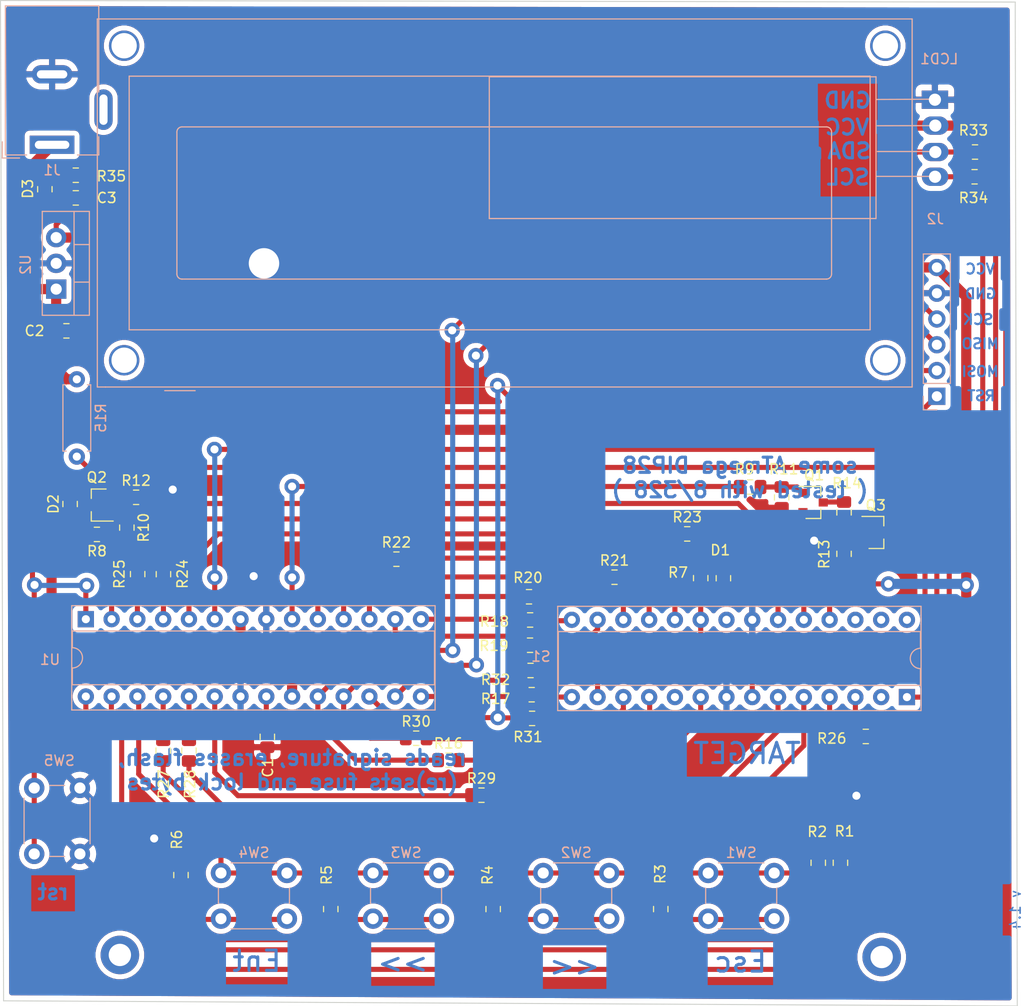
<source format=kicad_pcb>
(kicad_pcb (version 20171130) (host pcbnew 5.1.9+dfsg1-1~bpo10+1)
  (title_block (title HVPP) (date 2021-05-20) (rev 1.4) (company "new lcd connector position"))
  (layers (0 F.Cu signal) (31 B.Cu signal) (34 B.Paste user) (35 F.Paste user) (36 B.SilkS user) (37 F.SilkS user) (38 B.Mask user) (39 F.Mask user) (44 Edge.Cuts user))
  (net 0 "")
  (net 1 GND)
  (net 2 +5V)
  (net 3 +12V)
  (net 4 "Net-(D2-Pad1)")
  (net 5 "Net-(D3-Pad1)")
  (net 6 /SCL)
  (net 7 /SDA)
  (net 8 /RST12)
  (net 9 "Net-(Q1-Pad1)")
  (net 10 "Net-(Q2-Pad1)")
  (net 11 "Net-(Q3-Pad3)")
  (net 12 "Net-(Q3-Pad1)")
  (net 13 /BTN)
  (net 14 "Net-(R3-Pad2)")
  (net 15 "Net-(R4-Pad2)")
  (net 16 "Net-(R5-Pad2)")
  (net 17 "Net-(R6-Pad2)")
  (net 18 /XTAL1)
  (net 19 /DATA0)
  (net 20 /DATA1)
  (net 21 /DATA2)
  (net 22 /DATA3)
  (net 23 /DATA4)
  (net 24 "Net-(R16-Pad2)")
  (net 25 /DATA5)
  (net 26 "Net-(R17-Pad2)")
  (net 27 /DATA6)
  (net 28 "Net-(R18-Pad2)")
  (net 29 /DATA7)
  (net 30 "Net-(R19-Pad2)")
  (net 31 /BS2)
  (net 32 "Net-(R20-Pad2)")
  (net 33 /RDY)
  (net 34 "Net-(R21-Pad2)")
  (net 35 /OE)
  (net 36 "Net-(R22-Pad2)")
  (net 37 /WR)
  (net 38 "Net-(R23-Pad2)")
  (net 39 /BS1)
  (net 40 "Net-(R24-Pad2)")
  (net 41 /XA0)
  (net 42 "Net-(R25-Pad2)")
  (net 43 /XA1)
  (net 44 "Net-(R26-Pad2)")
  (net 45 /PAGEL)
  (net 46 /VCC)
  (net 47 "Net-(C1-Pad1)")
  (net 48 "Net-(R27-Pad2)")
  (net 49 "Net-(R28-Pad2)")
  (net 50 "Net-(R29-Pad2)")
  (net 51 "Net-(R30-Pad2)")
  (net 52 "Net-(R31-Pad2)")
  (net 53 "Net-(R32-Pad2)")
  (net 54 "Net-(Q1-Pad3)")
  (net 55 "Net-(D1-Pad2)")
  (net 56 /RST5)
  (net 57 "Net-(J2-Pad1)")
  (module Hvpp:1602A (layer B.Cu) (at 189.23 78.6892)
    (fp_text reference LCD1 (at 74.803 -29.6926) (layer B.SilkS) (effects (justify mirror)))
    (fp_text value LCD16x2_TWI)
    (pad "" thru_hole circle (at 69.5 0) (size 3 3) (drill 2.5) (layers *.Cu *.Mask))
    (pad "" thru_hole circle (at 69.49948 -31.0007) (size 3 3) (drill 2.5) (layers *.Cu *.Mask))
    (pad "" thru_hole circle (at -5.4991 -31.0007) (size 3 3) (drill 2.5) (layers *.Cu *.Mask))
    (pad "" thru_hole circle (at -5.4991 0) (size 3 3) (drill 2.5) (layers *.Cu *.Mask))
    (pad 1 thru_hole oval (at 74.3966 -18.0848 270) (size 1.8 2.6) (drill 1.2) (layers *.Cu *.Mask) (net 6 /SCL))
    (pad 2 thru_hole oval (at 74.422 -20.5232 270) (size 1.8 2.6) (drill 1.2) (layers *.Cu *.Mask) (net 7 /SDA))
    (pad 3 thru_hole oval (at 74.422 -23.1267 270) (size 1.8 2.6) (drill 1.2) (layers *.Cu *.Mask) (net 2 +5V))
    (pad 4 thru_hole rect (at 74.3839 -25.6794 270) (size 1.8 2.6) (drill 1.2) (layers *.Cu *.Mask) (net 1 GND))
  )
  (module Connector_PinHeader_2.54mm:PinHeader_1x06_P2.54mm_Vertical (layer B.Cu) (at 263.8044 82.2452)
    (fp_text reference J2 (at -0.1524 -17.4752) (layer B.SilkS) (effects (justify mirror)))
    (fp_text value USB-ASP)
    (pad 6 thru_hole oval (at 0 -12.7) (size 1.7 1.7) (drill 1) (layers *.Cu *.Mask) (net 2 +5V))
    (pad 5 thru_hole oval (at 0 -10.16) (size 1.7 1.7) (drill 1) (layers *.Cu *.Mask) (net 1 GND))
    (pad 4 thru_hole oval (at 0 -7.62) (size 1.7 1.7) (drill 1) (layers *.Cu *.Mask) (net 18 /XTAL1))
    (pad 3 thru_hole oval (at 0 -5.08) (size 1.7 1.7) (drill 1) (layers *.Cu *.Mask) (net 41 /XA0))
    (pad 2 thru_hole oval (at 0 -2.54) (size 1.7 1.7) (drill 1) (layers *.Cu *.Mask) (net 43 /XA1))
    (pad 1 thru_hole rect (at 0 0) (size 1.7 1.7) (drill 1) (layers *.Cu *.Mask) (net 57 "Net-(J2-Pad1)"))
  )
  (module Button_Switch_THT:SW_PUSH_6mm_H5mm (layer B.Cu) (at 174.8748 120.8532 270)
    (fp_text reference SW5 (at -2.6948 -2.4638) (layer B.SilkS) (effects (justify mirror)))
    (fp_text value Reset)
    (pad 1 thru_hole circle (at 6.5 0 180) (size 2 2) (drill 1.1) (layers *.Cu *.Mask) (net 57 "Net-(J2-Pad1)"))
    (pad 2 thru_hole circle (at 6.5 -4.5 180) (size 2 2) (drill 1.1) (layers *.Cu *.Mask) (net 1 GND))
    (pad 1 thru_hole circle (at 0 0 180) (size 2 2) (drill 1.1) (layers *.Cu *.Mask) (net 57 "Net-(J2-Pad1)"))
    (pad 2 thru_hole circle (at 0 -4.5 180) (size 2 2) (drill 1.1) (layers *.Cu *.Mask) (net 1 GND))
  )
  (module Package_DIP:DIP-28_W7.62mm_Socket (layer B.Cu) (at 179.959 104.2162 270)
    (fp_text reference U1 (at 3.9878 3.5306) (layer B.SilkS) (effects (justify mirror)))
    (fp_text value ATmega8L-8PU)
    (pad 28 thru_hole oval (at 7.62 0 270) (size 1.6 1.6) (drill 0.8) (layers *.Cu *.Mask) (net 6 /SCL))
    (pad 14 thru_hole oval (at 0 -33.02 270) (size 1.6 1.6) (drill 0.8) (layers *.Cu *.Mask) (net 20 /DATA1))
    (pad 27 thru_hole oval (at 7.62 -2.54 270) (size 1.6 1.6) (drill 0.8) (layers *.Cu *.Mask) (net 7 /SDA))
    (pad 13 thru_hole oval (at 0 -30.48 270) (size 1.6 1.6) (drill 0.8) (layers *.Cu *.Mask) (net 21 /DATA2))
    (pad 26 thru_hole oval (at 7.62 -5.08 270) (size 1.6 1.6) (drill 0.8) (layers *.Cu *.Mask) (net 13 /BTN))
    (pad 12 thru_hole oval (at 0 -27.94 270) (size 1.6 1.6) (drill 0.8) (layers *.Cu *.Mask) (net 22 /DATA3))
    (pad 25 thru_hole oval (at 7.62 -7.62 270) (size 1.6 1.6) (drill 0.8) (layers *.Cu *.Mask) (net 35 /OE))
    (pad 11 thru_hole oval (at 0 -25.4 270) (size 1.6 1.6) (drill 0.8) (layers *.Cu *.Mask) (net 23 /DATA4))
    (pad 24 thru_hole oval (at 7.62 -10.16 270) (size 1.6 1.6) (drill 0.8) (layers *.Cu *.Mask) (net 37 /WR))
    (pad 10 thru_hole oval (at 0 -22.86 270) (size 1.6 1.6) (drill 0.8) (layers *.Cu *.Mask) (net 25 /DATA5))
    (pad 23 thru_hole oval (at 7.62 -12.7 270) (size 1.6 1.6) (drill 0.8) (layers *.Cu *.Mask) (net 39 /BS1))
    (pad 9 thru_hole oval (at 0 -20.32 270) (size 1.6 1.6) (drill 0.8) (layers *.Cu *.Mask) (net 46 /VCC))
    (pad 22 thru_hole oval (at 7.62 -15.24 270) (size 1.6 1.6) (drill 0.8) (layers *.Cu *.Mask) (net 1 GND))
    (pad 8 thru_hole oval (at 0 -17.78 270) (size 1.6 1.6) (drill 0.8) (layers *.Cu *.Mask) (net 1 GND))
    (pad 21 thru_hole oval (at 7.62 -17.78 270) (size 1.6 1.6) (drill 0.8) (layers *.Cu *.Mask) (net 47 "Net-(C1-Pad1)"))
    (pad 7 thru_hole oval (at 0 -15.24 270) (size 1.6 1.6) (drill 0.8) (layers *.Cu *.Mask) (net 2 +5V))
    (pad 20 thru_hole oval (at 7.62 -20.32 270) (size 1.6 1.6) (drill 0.8) (layers *.Cu *.Mask) (net 2 +5V))
    (pad 6 thru_hole oval (at 0 -12.7 270) (size 1.6 1.6) (drill 0.8) (layers *.Cu *.Mask) (net 33 /RDY))
    (pad 19 thru_hole oval (at 7.62 -22.86 270) (size 1.6 1.6) (drill 0.8) (layers *.Cu *.Mask) (net 18 /XTAL1))
    (pad 5 thru_hole oval (at 0 -10.16 270) (size 1.6 1.6) (drill 0.8) (layers *.Cu *.Mask) (net 27 /DATA6))
    (pad 18 thru_hole oval (at 7.62 -25.4 270) (size 1.6 1.6) (drill 0.8) (layers *.Cu *.Mask) (net 41 /XA0))
    (pad 4 thru_hole oval (at 0 -7.62 270) (size 1.6 1.6) (drill 0.8) (layers *.Cu *.Mask) (net 29 /DATA7))
    (pad 17 thru_hole oval (at 7.62 -27.94 270) (size 1.6 1.6) (drill 0.8) (layers *.Cu *.Mask) (net 43 /XA1))
    (pad 3 thru_hole oval (at 0 -5.08 270) (size 1.6 1.6) (drill 0.8) (layers *.Cu *.Mask) (net 31 /BS2))
    (pad 16 thru_hole oval (at 7.62 -30.48 270) (size 1.6 1.6) (drill 0.8) (layers *.Cu *.Mask) (net 45 /PAGEL))
    (pad 2 thru_hole oval (at 0 -2.54 270) (size 1.6 1.6) (drill 0.8) (layers *.Cu *.Mask) (net 56 /RST5))
    (pad 15 thru_hole oval (at 7.62 -33.02 270) (size 1.6 1.6) (drill 0.8) (layers *.Cu *.Mask) (net 19 /DATA0))
    (pad 1 thru_hole rect (at 0 0 270) (size 1.6 1.6) (drill 0.8) (layers *.Cu *.Mask) (net 57 "Net-(J2-Pad1)"))
  )
  (module MountingHole:MountingHole_2.2mm_M2_DIN965_Pad (layer F.Cu) (at 258.3688 137.5156)
    (fp_text reference H2 hide)
    (fp_text value MountingHole hide)
    (pad 1 thru_hole circle (at 0 0) (size 3.8 3.8) (drill 2.2) (layers *.Cu *.Mask))
  )
  (module MountingHole:MountingHole_2.2mm_M2_DIN965_Pad (layer F.Cu) (at 183.3118 137.3124)
    (fp_text reference H1 hide)
    (fp_text value MountingHole hide)
    (pad 1 thru_hole circle (at 0 0) (size 3.8 3.8) (drill 2.2) (layers *.Cu *.Mask))
  )
  (module Hvpp:barreljack (layer B.Cu) (at 176.6316 57.4548)
    (fp_text reference J1 (at 0 2.5 180) (layer B.SilkS) (effects (justify mirror)))
    (fp_text value 5.5/2.1)
    (pad 3 thru_hole oval (at 5.0673 -3.4671 270) (size 4 1.8) (drill oval 3 0.8) (layers *.Cu *.Mask))
    (pad 2 thru_hole oval (at 0 -6.9469) (size 4 1.8) (drill oval 3 0.8) (layers *.Cu *.Mask) (net 1 GND))
    (pad 1 thru_hole rect (at 0 0) (size 4.4 1.8) (drill oval 3.4 0.8) (layers *.Cu *.Mask) (net 3 +12V))
  )
  (module Resistor_SMD:R_0805_2012Metric_Pad1.15x1.40mm_HandSolder (layer F.Cu) (at 254.3048 128.2282 90)
    (fp_text reference R1 (at 3.1078 0.4064 180) (layer F.SilkS))
    (fp_text value 10k)
    (pad 2 smd roundrect (at 1.025 0 90) (size 1.15 1.4) (layers F.Cu F.Paste F.Mask) (roundrect_rratio 0.2173904347826087) (net 2 +5V))
    (pad 1 smd roundrect (at -1.025 0 90) (size 1.15 1.4) (layers F.Cu F.Paste F.Mask) (roundrect_rratio 0.2173904347826087) (net 13 /BTN))
  )
  (module Resistor_SMD:R_0805_2012Metric_Pad1.15x1.40mm_HandSolder (layer F.Cu) (at 245.4058 91.186 180)
    (fp_text reference R9 (at 0.5424 1.7526) (layer F.SilkS))
    (fp_text value 10k)
    (pad 2 smd roundrect (at 1.025 0 180) (size 1.15 1.4) (layers F.Cu F.Paste F.Mask) (roundrect_rratio 0.2173904347826087) (net 46 /VCC))
    (pad 1 smd roundrect (at -1.025 0 180) (size 1.15 1.4) (layers F.Cu F.Paste F.Mask) (roundrect_rratio 0.2173904347826087) (net 9 "Net-(Q1-Pad1)"))
  )
  (module Resistor_SMD:R_0805_2012Metric_Pad1.15x1.40mm_HandSolder (layer F.Cu) (at 242.7732 100.1776 90)
    (fp_text reference D1 (at 2.7686 -0.3048 180) (layer F.SilkS))
    (fp_text value 5V)
    (pad 2 smd roundrect (at 1.025 0 90) (size 1.15 1.4) (layers F.Cu F.Paste F.Mask) (roundrect_rratio 0.2173904347826087) (net 55 "Net-(D1-Pad2)"))
    (pad 1 smd roundrect (at -1.025 0 90) (size 1.15 1.4) (layers F.Cu F.Paste F.Mask) (roundrect_rratio 0.2173904347826087) (net 1 GND))
  )
  (module Package_TO_SOT_SMD:SOT-23 (layer F.Cu) (at 251.6124 92.71)
    (fp_text reference Q1 (at 0.1016 -2.6924) (layer F.SilkS))
    (fp_text value BC847C)
    (pad 1 smd rect (at -1 -0.95) (size 0.9 0.8) (layers F.Cu F.Paste F.Mask) (net 9 "Net-(Q1-Pad1)"))
    (pad 2 smd rect (at -1 0.95) (size 0.9 0.8) (layers F.Cu F.Paste F.Mask) (net 1 GND))
    (pad 3 smd rect (at 1 0) (size 0.9 0.8) (layers F.Cu F.Paste F.Mask) (net 54 "Net-(Q1-Pad3)"))
  )
  (module Resistor_THT:R_Axial_DIN0207_L6.3mm_D2.5mm_P7.62mm_Horizontal (layer B.Cu) (at 179.07 88.1888 90)
    (fp_text reference R15 (at 3.81 2.37 270) (layer B.SilkS) (effects (justify mirror)))
    (fp_text value 1k)
    (pad 2 thru_hole oval (at 7.62 0 90) (size 1.6 1.6) (drill 0.8) (layers *.Cu *.Mask) (net 3 +12V))
    (pad 1 thru_hole circle (at 0 0 90) (size 1.6 1.6) (drill 0.8) (layers *.Cu *.Mask) (net 8 /RST12))
  )
  (module Resistor_SMD:R_0805_2012Metric_Pad1.15x1.40mm_HandSolder (layer F.Cu) (at 254.6604 97.7736 270)
    (fp_text reference R13 (at 0.0418 1.9558 90) (layer F.SilkS))
    (fp_text value 10k)
    (pad 2 smd roundrect (at 1.025 0 270) (size 1.15 1.4) (layers F.Cu F.Paste F.Mask) (roundrect_rratio 0.2173904347826087) (net 2 +5V))
    (pad 1 smd roundrect (at -1.025 0 270) (size 1.15 1.4) (layers F.Cu F.Paste F.Mask) (roundrect_rratio 0.2173904347826087) (net 12 "Net-(Q3-Pad1)"))
  )
  (module Package_TO_SOT_THT:TO-220-3_Vertical (layer B.Cu) (at 177.038 71.6788 90)
    (fp_text reference U2 (at 2.413 -3.0226 90) (layer B.SilkS) (effects (justify mirror)))
    (fp_text value LM7805_TO220)
    (pad 3 thru_hole oval (at 5.08 0 90) (size 1.905 2) (drill 1.1) (layers *.Cu *.Mask) (net 2 +5V))
    (pad 2 thru_hole oval (at 2.54 0 90) (size 1.905 2) (drill 1.1) (layers *.Cu *.Mask) (net 1 GND))
    (pad 1 thru_hole rect (at 0 0 90) (size 1.905 2) (drill 1.1) (layers *.Cu *.Mask) (net 3 +12V))
  )
  (module Button_Switch_THT:SW_PUSH_6mm_H5mm (layer B.Cu) (at 247.777 129.2352 180)
    (fp_text reference SW1 (at 3.25 2) (layer B.SilkS) (effects (justify mirror)))
    (fp_text value Ent)
    (pad 1 thru_hole circle (at 6.5 0 90) (size 2 2) (drill 1.1) (layers *.Cu *.Mask) (net 13 /BTN))
    (pad 2 thru_hole circle (at 6.5 -4.5 90) (size 2 2) (drill 1.1) (layers *.Cu *.Mask) (net 14 "Net-(R3-Pad2)"))
    (pad 1 thru_hole circle (at 0 0 90) (size 2 2) (drill 1.1) (layers *.Cu *.Mask) (net 13 /BTN))
    (pad 2 thru_hole circle (at 0 -4.5 90) (size 2 2) (drill 1.1) (layers *.Cu *.Mask) (net 14 "Net-(R3-Pad2)"))
  )
  (module Button_Switch_THT:SW_PUSH_6mm_H5mm (layer B.Cu) (at 231.521 129.2352 180)
    (fp_text reference SW2 (at 3.25 2) (layer B.SilkS) (effects (justify mirror)))
    (fp_text value >)
    (pad 1 thru_hole circle (at 6.5 0 90) (size 2 2) (drill 1.1) (layers *.Cu *.Mask) (net 13 /BTN))
    (pad 2 thru_hole circle (at 6.5 -4.5 90) (size 2 2) (drill 1.1) (layers *.Cu *.Mask) (net 15 "Net-(R4-Pad2)"))
    (pad 1 thru_hole circle (at 0 0 90) (size 2 2) (drill 1.1) (layers *.Cu *.Mask) (net 13 /BTN))
    (pad 2 thru_hole circle (at 0 -4.5 90) (size 2 2) (drill 1.1) (layers *.Cu *.Mask) (net 15 "Net-(R4-Pad2)"))
  )
  (module Button_Switch_THT:SW_PUSH_6mm_H5mm (layer B.Cu) (at 214.757 129.2352 180)
    (fp_text reference SW3 (at 3.25 2) (layer B.SilkS) (effects (justify mirror)))
    (fp_text value <)
    (pad 1 thru_hole circle (at 6.5 0 90) (size 2 2) (drill 1.1) (layers *.Cu *.Mask) (net 13 /BTN))
    (pad 2 thru_hole circle (at 6.5 -4.5 90) (size 2 2) (drill 1.1) (layers *.Cu *.Mask) (net 16 "Net-(R5-Pad2)"))
    (pad 1 thru_hole circle (at 0 0 90) (size 2 2) (drill 1.1) (layers *.Cu *.Mask) (net 13 /BTN))
    (pad 2 thru_hole circle (at 0 -4.5 90) (size 2 2) (drill 1.1) (layers *.Cu *.Mask) (net 16 "Net-(R5-Pad2)"))
  )
  (module Button_Switch_THT:SW_PUSH_6mm_H5mm (layer B.Cu) (at 199.771 129.2352 180)
    (fp_text reference SW4 (at 3.25 2) (layer B.SilkS) (effects (justify mirror)))
    (fp_text value Esc)
    (pad 1 thru_hole circle (at 6.5 0 90) (size 2 2) (drill 1.1) (layers *.Cu *.Mask) (net 13 /BTN))
    (pad 2 thru_hole circle (at 6.5 -4.5 90) (size 2 2) (drill 1.1) (layers *.Cu *.Mask) (net 17 "Net-(R6-Pad2)"))
    (pad 1 thru_hole circle (at 0 0 90) (size 2 2) (drill 1.1) (layers *.Cu *.Mask) (net 13 /BTN))
    (pad 2 thru_hole circle (at 0 -4.5 90) (size 2 2) (drill 1.1) (layers *.Cu *.Mask) (net 17 "Net-(R6-Pad2)"))
  )
  (module Package_DIP:DIP-28_W7.62mm_Socket (layer B.Cu) (at 260.858 111.8962 90)
    (fp_text reference S1 (at 3.997 -36.068 180) (layer B.SilkS) (effects (justify mirror)))
    (fp_text value DIP28)
    (pad 28 thru_hole oval (at 7.62 0 90) (size 1.6 1.6) (drill 0.8) (layers *.Cu *.Mask))
    (pad 14 thru_hole oval (at 0 -33.02 90) (size 1.6 1.6) (drill 0.8) (layers *.Cu *.Mask) (net 26 "Net-(R17-Pad2)"))
    (pad 27 thru_hole oval (at 7.62 -2.54 90) (size 1.6 1.6) (drill 0.8) (layers *.Cu *.Mask))
    (pad 13 thru_hole oval (at 0 -30.48 90) (size 1.6 1.6) (drill 0.8) (layers *.Cu *.Mask) (net 53 "Net-(R32-Pad2)"))
    (pad 26 thru_hole oval (at 7.62 -5.08 90) (size 1.6 1.6) (drill 0.8) (layers *.Cu *.Mask))
    (pad 12 thru_hole oval (at 0 -27.94 90) (size 1.6 1.6) (drill 0.8) (layers *.Cu *.Mask) (net 52 "Net-(R31-Pad2)"))
    (pad 25 thru_hole oval (at 7.62 -7.62 90) (size 1.6 1.6) (drill 0.8) (layers *.Cu *.Mask) (net 42 "Net-(R25-Pad2)"))
    (pad 11 thru_hole oval (at 0 -25.4 90) (size 1.6 1.6) (drill 0.8) (layers *.Cu *.Mask) (net 51 "Net-(R30-Pad2)"))
    (pad 24 thru_hole oval (at 7.62 -10.16 90) (size 1.6 1.6) (drill 0.8) (layers *.Cu *.Mask) (net 40 "Net-(R24-Pad2)"))
    (pad 10 thru_hole oval (at 0 -22.86 90) (size 1.6 1.6) (drill 0.8) (layers *.Cu *.Mask))
    (pad 23 thru_hole oval (at 7.62 -12.7 90) (size 1.6 1.6) (drill 0.8) (layers *.Cu *.Mask) (net 38 "Net-(R23-Pad2)"))
    (pad 9 thru_hole oval (at 0 -20.32 90) (size 1.6 1.6) (drill 0.8) (layers *.Cu *.Mask) (net 24 "Net-(R16-Pad2)"))
    (pad 22 thru_hole oval (at 7.62 -15.24 90) (size 1.6 1.6) (drill 0.8) (layers *.Cu *.Mask) (net 1 GND))
    (pad 8 thru_hole oval (at 0 -17.78 90) (size 1.6 1.6) (drill 0.8) (layers *.Cu *.Mask) (net 1 GND))
    (pad 21 thru_hole oval (at 7.62 -17.78 90) (size 1.6 1.6) (drill 0.8) (layers *.Cu *.Mask))
    (pad 7 thru_hole oval (at 0 -15.24 90) (size 1.6 1.6) (drill 0.8) (layers *.Cu *.Mask) (net 11 "Net-(Q3-Pad3)"))
    (pad 20 thru_hole oval (at 7.62 -20.32 90) (size 1.6 1.6) (drill 0.8) (layers *.Cu *.Mask) (net 11 "Net-(Q3-Pad3)"))
    (pad 6 thru_hole oval (at 0 -12.7 90) (size 1.6 1.6) (drill 0.8) (layers *.Cu *.Mask) (net 50 "Net-(R29-Pad2)"))
    (pad 19 thru_hole oval (at 7.62 -22.86 90) (size 1.6 1.6) (drill 0.8) (layers *.Cu *.Mask) (net 36 "Net-(R22-Pad2)"))
    (pad 5 thru_hole oval (at 0 -10.16 90) (size 1.6 1.6) (drill 0.8) (layers *.Cu *.Mask) (net 49 "Net-(R28-Pad2)"))
    (pad 18 thru_hole oval (at 7.62 -25.4 90) (size 1.6 1.6) (drill 0.8) (layers *.Cu *.Mask) (net 34 "Net-(R21-Pad2)"))
    (pad 4 thru_hole oval (at 0 -7.62 90) (size 1.6 1.6) (drill 0.8) (layers *.Cu *.Mask) (net 48 "Net-(R27-Pad2)"))
    (pad 17 thru_hole oval (at 7.62 -27.94 90) (size 1.6 1.6) (drill 0.8) (layers *.Cu *.Mask) (net 32 "Net-(R20-Pad2)"))
    (pad 3 thru_hole oval (at 0 -5.08 90) (size 1.6 1.6) (drill 0.8) (layers *.Cu *.Mask) (net 44 "Net-(R26-Pad2)"))
    (pad 16 thru_hole oval (at 7.62 -30.48 90) (size 1.6 1.6) (drill 0.8) (layers *.Cu *.Mask) (net 30 "Net-(R19-Pad2)"))
    (pad 2 thru_hole oval (at 0 -2.54 90) (size 1.6 1.6) (drill 0.8) (layers *.Cu *.Mask))
    (pad 15 thru_hole oval (at 7.62 -33.02 90) (size 1.6 1.6) (drill 0.8) (layers *.Cu *.Mask) (net 28 "Net-(R18-Pad2)"))
    (pad 1 thru_hole rect (at 0 0 90) (size 1.6 1.6) (drill 0.8) (layers *.Cu *.Mask) (net 8 /RST12))
  )
  (module Resistor_SMD:R_0805_2012Metric_Pad1.15x1.40mm_HandSolder (layer F.Cu) (at 254.6604 93.6916 270)
    (fp_text reference R14 (at -2.8866 -0.2794 180) (layer F.SilkS))
    (fp_text value 3.3k)
    (pad 1 smd roundrect (at -1.025 0 270) (size 1.15 1.4) (layers F.Cu F.Paste F.Mask) (roundrect_rratio 0.2173904347826087) (net 54 "Net-(Q1-Pad3)"))
    (pad 2 smd roundrect (at 1.025 0 270) (size 1.15 1.4) (layers F.Cu F.Paste F.Mask) (roundrect_rratio 0.2173904347826087) (net 12 "Net-(Q3-Pad1)"))
  )
  (module Resistor_SMD:R_0805_2012Metric_Pad1.15x1.40mm_HandSolder (layer F.Cu) (at 248.5136 92.211 90)
    (fp_text reference R11 (at 2.7776 0.2032 180) (layer F.SilkS))
    (fp_text value 3.3k)
    (pad 2 smd roundrect (at 1.025 0 90) (size 1.15 1.4) (layers F.Cu F.Paste F.Mask) (roundrect_rratio 0.2173904347826087) (net 9 "Net-(Q1-Pad1)"))
    (pad 1 smd roundrect (at -1.025 0 90) (size 1.15 1.4) (layers F.Cu F.Paste F.Mask) (roundrect_rratio 0.2173904347826087) (net 1 GND))
  )
  (module Resistor_SMD:R_0805_2012Metric_Pad1.15x1.40mm_HandSolder (layer F.Cu) (at 240.538 100.1686 90)
    (fp_text reference R7 (at 0.5498 -2.2352 180) (layer F.SilkS))
    (fp_text value 1k)
    (pad 2 smd roundrect (at 1.025 0 90) (size 1.15 1.4) (layers F.Cu F.Paste F.Mask) (roundrect_rratio 0.2173904347826087) (net 55 "Net-(D1-Pad2)"))
    (pad 1 smd roundrect (at -1.025 0 90) (size 1.15 1.4) (layers F.Cu F.Paste F.Mask) (roundrect_rratio 0.2173904347826087) (net 11 "Net-(Q3-Pad3)"))
  )
  (module Resistor_SMD:R_0805_2012Metric_Pad1.15x1.40mm_HandSolder (layer F.Cu) (at 184.912 92.202)
    (fp_text reference R12 (at 0 -1.65) (layer F.SilkS))
    (fp_text value 4.7k)
    (pad 2 smd roundrect (at 1.025 0) (size 1.15 1.4) (layers F.Cu F.Paste F.Mask) (roundrect_rratio 0.2173904347826087) (net 10 "Net-(Q2-Pad1)"))
    (pad 1 smd roundrect (at -1.025 0) (size 1.15 1.4) (layers F.Cu F.Paste F.Mask) (roundrect_rratio 0.2173904347826087) (net 1 GND))
  )
  (module Resistor_SMD:R_0805_2012Metric_Pad1.15x1.40mm_HandSolder (layer F.Cu) (at 178.9684 60.452 180)
    (fp_text reference R35 (at -3.5052 -0.1016 180) (layer F.SilkS))
    (fp_text value 1k)
    (pad 2 smd roundrect (at 1.025 0 180) (size 1.15 1.4) (layers F.Cu F.Paste F.Mask) (roundrect_rratio 0.2173904347826087) (net 5 "Net-(D3-Pad1)"))
    (pad 1 smd roundrect (at -1.025 0 180) (size 1.15 1.4) (layers F.Cu F.Paste F.Mask) (roundrect_rratio 0.2173904347826087) (net 1 GND))
  )
  (module Resistor_SMD:R_0805_2012Metric_Pad1.15x1.40mm_HandSolder (layer F.Cu) (at 267.5218 60.6044)
    (fp_text reference R34 (at -0.1106 2.0828) (layer F.SilkS))
    (fp_text value 2.2k)
    (pad 2 smd roundrect (at 1.025 0) (size 1.15 1.4) (layers F.Cu F.Paste F.Mask) (roundrect_rratio 0.2173904347826087) (net 2 +5V))
    (pad 1 smd roundrect (at -1.025 0) (size 1.15 1.4) (layers F.Cu F.Paste F.Mask) (roundrect_rratio 0.2173904347826087) (net 6 /SCL))
  )
  (module Resistor_SMD:R_0805_2012Metric_Pad1.15x1.40mm_HandSolder (layer F.Cu) (at 267.5636 58.166)
    (fp_text reference R33 (at -0.1524 -2.1336) (layer F.SilkS))
    (fp_text value 2.2k)
    (pad 2 smd roundrect (at 1.025 0) (size 1.15 1.4) (layers F.Cu F.Paste F.Mask) (roundrect_rratio 0.2173904347826087) (net 2 +5V))
    (pad 1 smd roundrect (at -1.025 0) (size 1.15 1.4) (layers F.Cu F.Paste F.Mask) (roundrect_rratio 0.2173904347826087) (net 7 /SDA))
  )
  (module Resistor_SMD:R_0805_2012Metric_Pad1.15x1.40mm_HandSolder (layer F.Cu) (at 223.774 109.2708)
    (fp_text reference R32 (at -3.4544 0.9144) (layer F.SilkS))
    (fp_text value 1k)
    (pad 2 smd roundrect (at 1.025 0) (size 1.15 1.4) (layers F.Cu F.Paste F.Mask) (roundrect_rratio 0.2173904347826087) (net 53 "Net-(R32-Pad2)"))
    (pad 1 smd roundrect (at -1.025 0) (size 1.15 1.4) (layers F.Cu F.Paste F.Mask) (roundrect_rratio 0.2173904347826087) (net 45 /PAGEL))
  )
  (module Resistor_SMD:R_0805_2012Metric_Pad1.15x1.40mm_HandSolder (layer F.Cu) (at 223.9264 113.9952)
    (fp_text reference R31 (at -0.4064 1.8288) (layer F.SilkS))
    (fp_text value 1k)
    (pad 2 smd roundrect (at 1.025 0) (size 1.15 1.4) (layers F.Cu F.Paste F.Mask) (roundrect_rratio 0.2173904347826087) (net 52 "Net-(R31-Pad2)"))
    (pad 1 smd roundrect (at -1.025 0) (size 1.15 1.4) (layers F.Cu F.Paste F.Mask) (roundrect_rratio 0.2173904347826087) (net 43 /XA1))
  )
  (module Resistor_SMD:R_0805_2012Metric_Pad1.15x1.40mm_HandSolder (layer F.Cu) (at 212.5054 115.951)
    (fp_text reference R30 (at 0 -1.65) (layer F.SilkS))
    (fp_text value 1k)
    (pad 2 smd roundrect (at 1.025 0) (size 1.15 1.4) (layers F.Cu F.Paste F.Mask) (roundrect_rratio 0.2173904347826087) (net 51 "Net-(R30-Pad2)"))
    (pad 1 smd roundrect (at -1.025 0) (size 1.15 1.4) (layers F.Cu F.Paste F.Mask) (roundrect_rratio 0.2173904347826087) (net 41 /XA0))
  )
  (module Resistor_SMD:R_0805_2012Metric_Pad1.15x1.40mm_HandSolder (layer F.Cu) (at 218.939 121.5644)
    (fp_text reference R29 (at 0 -1.65) (layer F.SilkS))
    (fp_text value 1k)
    (pad 2 smd roundrect (at 1.025 0) (size 1.15 1.4) (layers F.Cu F.Paste F.Mask) (roundrect_rratio 0.2173904347826087) (net 50 "Net-(R29-Pad2)"))
    (pad 1 smd roundrect (at -1.025 0) (size 1.15 1.4) (layers F.Cu F.Paste F.Mask) (roundrect_rratio 0.2173904347826087) (net 39 /BS1))
  )
  (module Resistor_SMD:R_0805_2012Metric_Pad1.15x1.40mm_HandSolder (layer F.Cu) (at 190.119 117.1702 270)
    (fp_text reference R28 (at 3.302 -0.1016 90) (layer F.SilkS))
    (fp_text value 1k)
    (pad 2 smd roundrect (at 1.025 0 270) (size 1.15 1.4) (layers F.Cu F.Paste F.Mask) (roundrect_rratio 0.2173904347826087) (net 49 "Net-(R28-Pad2)"))
    (pad 1 smd roundrect (at -1.025 0 270) (size 1.15 1.4) (layers F.Cu F.Paste F.Mask) (roundrect_rratio 0.2173904347826087) (net 37 /WR))
  )
  (module Resistor_SMD:R_0805_2012Metric_Pad1.15x1.40mm_HandSolder (layer F.Cu) (at 187.579 117.1702 270)
    (fp_text reference R27 (at 3.302 -0.0508 90) (layer F.SilkS))
    (fp_text value 1k)
    (pad 2 smd roundrect (at 1.025 0 270) (size 1.15 1.4) (layers F.Cu F.Paste F.Mask) (roundrect_rratio 0.2173904347826087) (net 48 "Net-(R27-Pad2)"))
    (pad 1 smd roundrect (at -1.025 0 270) (size 1.15 1.4) (layers F.Cu F.Paste F.Mask) (roundrect_rratio 0.2173904347826087) (net 35 /OE))
  )
  (module Resistor_SMD:R_0805_2012Metric_Pad1.15x1.40mm_HandSolder (layer F.Cu) (at 256.803 115.7732 180)
    (fp_text reference R26 (at 3.3528 -0.2032) (layer F.SilkS))
    (fp_text value 1k)
    (pad 2 smd roundrect (at 1.025 0 180) (size 1.15 1.4) (layers F.Cu F.Paste F.Mask) (roundrect_rratio 0.2173904347826087) (net 44 "Net-(R26-Pad2)"))
    (pad 1 smd roundrect (at -1.025 0 180) (size 1.15 1.4) (layers F.Cu F.Paste F.Mask) (roundrect_rratio 0.2173904347826087) (net 33 /RDY))
  )
  (module Resistor_SMD:R_0805_2012Metric_Pad1.15x1.40mm_HandSolder (layer F.Cu) (at 185.0644 99.7712 90)
    (fp_text reference R25 (at 0 -1.8034 90) (layer F.SilkS))
    (fp_text value 1k)
    (pad 2 smd roundrect (at 1.025 0 90) (size 1.15 1.4) (layers F.Cu F.Paste F.Mask) (roundrect_rratio 0.2173904347826087) (net 42 "Net-(R25-Pad2)"))
    (pad 1 smd roundrect (at -1.025 0 90) (size 1.15 1.4) (layers F.Cu F.Paste F.Mask) (roundrect_rratio 0.2173904347826087) (net 31 /BS2))
  )
  (module Resistor_SMD:R_0805_2012Metric_Pad1.15x1.40mm_HandSolder (layer F.Cu) (at 187.6044 99.7802 90)
    (fp_text reference R24 (at 0.009 1.8796 90) (layer F.SilkS))
    (fp_text value 1k)
    (pad 2 smd roundrect (at 1.025 0 90) (size 1.15 1.4) (layers F.Cu F.Paste F.Mask) (roundrect_rratio 0.2173904347826087) (net 40 "Net-(R24-Pad2)"))
    (pad 1 smd roundrect (at -1.025 0 90) (size 1.15 1.4) (layers F.Cu F.Paste F.Mask) (roundrect_rratio 0.2173904347826087) (net 29 /DATA7))
  )
  (module Resistor_SMD:R_0805_2012Metric_Pad1.15x1.40mm_HandSolder (layer F.Cu) (at 239.2082 95.8088)
    (fp_text reference R23 (at 0 -1.65) (layer F.SilkS))
    (fp_text value 1k)
    (pad 2 smd roundrect (at 1.025 0) (size 1.15 1.4) (layers F.Cu F.Paste F.Mask) (roundrect_rratio 0.2173904347826087) (net 38 "Net-(R23-Pad2)"))
    (pad 1 smd roundrect (at -1.025 0) (size 1.15 1.4) (layers F.Cu F.Paste F.Mask) (roundrect_rratio 0.2173904347826087) (net 27 /DATA6))
  )
  (module Resistor_SMD:R_0805_2012Metric_Pad1.15x1.40mm_HandSolder (layer F.Cu) (at 210.557 98.298)
    (fp_text reference R22 (at 0 -1.65) (layer F.SilkS))
    (fp_text value 1k)
    (pad 2 smd roundrect (at 1.025 0) (size 1.15 1.4) (layers F.Cu F.Paste F.Mask) (roundrect_rratio 0.2173904347826087) (net 36 "Net-(R22-Pad2)"))
    (pad 1 smd roundrect (at -1.025 0) (size 1.15 1.4) (layers F.Cu F.Paste F.Mask) (roundrect_rratio 0.2173904347826087) (net 25 /DATA5))
  )
  (module Resistor_SMD:R_0805_2012Metric_Pad1.15x1.40mm_HandSolder (layer F.Cu) (at 232.0454 100.076)
    (fp_text reference R21 (at 0 -1.65) (layer F.SilkS))
    (fp_text value 1k)
    (pad 2 smd roundrect (at 1.025 0) (size 1.15 1.4) (layers F.Cu F.Paste F.Mask) (roundrect_rratio 0.2173904347826087) (net 34 "Net-(R21-Pad2)"))
    (pad 1 smd roundrect (at -1.025 0) (size 1.15 1.4) (layers F.Cu F.Paste F.Mask) (roundrect_rratio 0.2173904347826087) (net 23 /DATA4))
  )
  (module Resistor_SMD:R_0805_2012Metric_Pad1.15x1.40mm_HandSolder (layer F.Cu) (at 223.6216 102.0064)
    (fp_text reference R20 (at -0.1016 -1.8796) (layer F.SilkS))
    (fp_text value 1k)
    (pad 2 smd roundrect (at 1.025 0) (size 1.15 1.4) (layers F.Cu F.Paste F.Mask) (roundrect_rratio 0.2173904347826087) (net 32 "Net-(R20-Pad2)"))
    (pad 1 smd roundrect (at -1.025 0) (size 1.15 1.4) (layers F.Cu F.Paste F.Mask) (roundrect_rratio 0.2173904347826087) (net 22 /DATA3))
  )
  (module Resistor_SMD:R_0805_2012Metric_Pad1.15x1.40mm_HandSolder (layer F.Cu) (at 223.7232 106.7816)
    (fp_text reference R19 (at -3.556 0.0508) (layer F.SilkS))
    (fp_text value 1k)
    (pad 2 smd roundrect (at 1.025 0) (size 1.15 1.4) (layers F.Cu F.Paste F.Mask) (roundrect_rratio 0.2173904347826087) (net 30 "Net-(R19-Pad2)"))
    (pad 1 smd roundrect (at -1.025 0) (size 1.15 1.4) (layers F.Cu F.Paste F.Mask) (roundrect_rratio 0.2173904347826087) (net 21 /DATA2))
  )
  (module Resistor_SMD:R_0805_2012Metric_Pad1.15x1.40mm_HandSolder (layer F.Cu) (at 223.7322 104.2924)
    (fp_text reference R18 (at -3.5142 0.1524) (layer F.SilkS))
    (fp_text value 1k)
    (pad 2 smd roundrect (at 1.025 0) (size 1.15 1.4) (layers F.Cu F.Paste F.Mask) (roundrect_rratio 0.2173904347826087) (net 28 "Net-(R18-Pad2)"))
    (pad 1 smd roundrect (at -1.025 0) (size 1.15 1.4) (layers F.Cu F.Paste F.Mask) (roundrect_rratio 0.2173904347826087) (net 20 /DATA1))
  )
  (module Resistor_SMD:R_0805_2012Metric_Pad1.15x1.40mm_HandSolder (layer F.Cu) (at 223.8846 111.6584)
    (fp_text reference R17 (at -3.565 0.4064) (layer F.SilkS))
    (fp_text value 1k)
    (pad 2 smd roundrect (at 1.025 0) (size 1.15 1.4) (layers F.Cu F.Paste F.Mask) (roundrect_rratio 0.2173904347826087) (net 26 "Net-(R17-Pad2)"))
    (pad 1 smd roundrect (at -1.025 0) (size 1.15 1.4) (layers F.Cu F.Paste F.Mask) (roundrect_rratio 0.2173904347826087) (net 19 /DATA0))
  )
  (module Resistor_SMD:R_0805_2012Metric_Pad1.15x1.40mm_HandSolder (layer F.Cu) (at 215.6968 118.11)
    (fp_text reference R16 (at 0 -1.65) (layer F.SilkS))
    (fp_text value 1k)
    (pad 2 smd roundrect (at 1.025 0) (size 1.15 1.4) (layers F.Cu F.Paste F.Mask) (roundrect_rratio 0.2173904347826087) (net 24 "Net-(R16-Pad2)"))
    (pad 1 smd roundrect (at -1.025 0) (size 1.15 1.4) (layers F.Cu F.Paste F.Mask) (roundrect_rratio 0.2173904347826087) (net 18 /XTAL1))
  )
  (module Resistor_SMD:R_0805_2012Metric_Pad1.15x1.40mm_HandSolder (layer F.Cu) (at 183.9976 95.1902 270)
    (fp_text reference R10 (at 0 -1.65 90) (layer F.SilkS))
    (fp_text value 10k)
    (pad 2 smd roundrect (at 1.025 0 270) (size 1.15 1.4) (layers F.Cu F.Paste F.Mask) (roundrect_rratio 0.2173904347826087) (net 56 /RST5))
    (pad 1 smd roundrect (at -1.025 0 270) (size 1.15 1.4) (layers F.Cu F.Paste F.Mask) (roundrect_rratio 0.2173904347826087) (net 10 "Net-(Q2-Pad1)"))
  )
  (module Resistor_SMD:R_0805_2012Metric_Pad1.15x1.40mm_HandSolder (layer F.Cu) (at 181.0512 95.8596 180)
    (fp_text reference R8 (at 0 -1.65) (layer F.SilkS))
    (fp_text value 1k)
    (pad 2 smd roundrect (at 1.025 0 180) (size 1.15 1.4) (layers F.Cu F.Paste F.Mask) (roundrect_rratio 0.2173904347826087) (net 4 "Net-(D2-Pad1)"))
    (pad 1 smd roundrect (at -1.025 0 180) (size 1.15 1.4) (layers F.Cu F.Paste F.Mask) (roundrect_rratio 0.2173904347826087) (net 56 /RST5))
  )
  (module Resistor_SMD:R_0805_2012Metric_Pad1.15x1.40mm_HandSolder (layer F.Cu) (at 236.601 132.7912 270)
    (fp_text reference R3 (at -3.4544 0.0508 90) (layer F.SilkS))
    (fp_text value 560)
    (pad 2 smd roundrect (at 1.025 0 270) (size 1.15 1.4) (layers F.Cu F.Paste F.Mask) (roundrect_rratio 0.2173904347826087) (net 14 "Net-(R3-Pad2)"))
    (pad 1 smd roundrect (at -1.025 0 270) (size 1.15 1.4) (layers F.Cu F.Paste F.Mask) (roundrect_rratio 0.2173904347826087) (net 1 GND))
  )
  (module Resistor_SMD:R_0805_2012Metric_Pad1.15x1.40mm_HandSolder (layer F.Cu) (at 220.091 132.7912 270)
    (fp_text reference R4 (at -3.3528 0.5588 90) (layer F.SilkS))
    (fp_text value 2.7k)
    (pad 2 smd roundrect (at 1.025 0 270) (size 1.15 1.4) (layers F.Cu F.Paste F.Mask) (roundrect_rratio 0.2173904347826087) (net 15 "Net-(R4-Pad2)"))
    (pad 1 smd roundrect (at -1.025 0 270) (size 1.15 1.4) (layers F.Cu F.Paste F.Mask) (roundrect_rratio 0.2173904347826087) (net 1 GND))
  )
  (module Resistor_SMD:R_0805_2012Metric_Pad1.15x1.40mm_HandSolder (layer F.Cu) (at 204.089 132.7912 270)
    (fp_text reference R5 (at -3.3528 0.4064 90) (layer F.SilkS))
    (fp_text value 10k)
    (pad 2 smd roundrect (at 1.025 0 270) (size 1.15 1.4) (layers F.Cu F.Paste F.Mask) (roundrect_rratio 0.2173904347826087) (net 16 "Net-(R5-Pad2)"))
    (pad 1 smd roundrect (at -1.025 0 270) (size 1.15 1.4) (layers F.Cu F.Paste F.Mask) (roundrect_rratio 0.2173904347826087) (net 1 GND))
  )
  (module Resistor_SMD:R_0805_2012Metric_Pad1.15x1.40mm_HandSolder (layer F.Cu) (at 189.3316 129.4384 270)
    (fp_text reference R6 (at -3.4962 0.4064 90) (layer F.SilkS))
    (fp_text value 22k)
    (pad 2 smd roundrect (at 1.025 0 270) (size 1.15 1.4) (layers F.Cu F.Paste F.Mask) (roundrect_rratio 0.2173904347826087) (net 17 "Net-(R6-Pad2)"))
    (pad 1 smd roundrect (at -1.025 0 270) (size 1.15 1.4) (layers F.Cu F.Paste F.Mask) (roundrect_rratio 0.2173904347826087) (net 1 GND))
  )
  (module Resistor_SMD:R_0805_2012Metric_Pad1.15x1.40mm_HandSolder (layer F.Cu) (at 252.1204 128.2282 270)
    (fp_text reference R2 (at -3.057 0.1016 180) (layer F.SilkS))
    (fp_text value 10k)
    (pad 2 smd roundrect (at 1.025 0 270) (size 1.15 1.4) (layers F.Cu F.Paste F.Mask) (roundrect_rratio 0.2173904347826087) (net 13 /BTN))
    (pad 1 smd roundrect (at -1.025 0 270) (size 1.15 1.4) (layers F.Cu F.Paste F.Mask) (roundrect_rratio 0.2173904347826087) (net 1 GND))
  )
  (module Package_TO_SOT_SMD:SOT-23 (layer F.Cu) (at 257.8194 95.6666)
    (fp_text reference Q3 (at -0.0348 -2.6772) (layer F.SilkS))
    (fp_text value IRLML5103 hide)
    (pad 3 smd rect (at 1 0) (size 0.9 0.8) (layers F.Cu F.Paste F.Mask) (net 11 "Net-(Q3-Pad3)"))
    (pad 2 smd rect (at -1 0.95) (size 0.9 0.8) (layers F.Cu F.Paste F.Mask) (net 2 +5V))
    (pad 1 smd rect (at -1 -0.95) (size 0.9 0.8) (layers F.Cu F.Paste F.Mask) (net 12 "Net-(Q3-Pad1)"))
  )
  (module Package_TO_SOT_SMD:SOT-23 (layer F.Cu) (at 181.2544 92.964 180)
    (fp_text reference Q2 (at 0.2192 2.728) (layer F.SilkS))
    (fp_text value BC847C)
    (pad 3 smd rect (at 1 0 180) (size 0.9 0.8) (layers F.Cu F.Paste F.Mask) (net 8 /RST12))
    (pad 2 smd rect (at -1 0.95 180) (size 0.9 0.8) (layers F.Cu F.Paste F.Mask) (net 1 GND))
    (pad 1 smd rect (at -1 -0.95 180) (size 0.9 0.8) (layers F.Cu F.Paste F.Mask) (net 10 "Net-(Q2-Pad1)"))
  )
  (module Resistor_SMD:R_0805_2012Metric_Pad1.15x1.40mm_HandSolder (layer F.Cu) (at 175.9204 61.8326 270)
    (fp_text reference D3 (at -0.0418 1.6764 270) (layer F.SilkS))
    (fp_text value PWR)
    (pad 2 smd roundrect (at 1.025 0 270) (size 1.15 1.4) (layers F.Cu F.Paste F.Mask) (roundrect_rratio 0.2173904347826087) (net 2 +5V))
    (pad 1 smd roundrect (at -1.025 0 270) (size 1.15 1.4) (layers F.Cu F.Paste F.Mask) (roundrect_rratio 0.2173904347826087) (net 5 "Net-(D3-Pad1)"))
  )
  (module Resistor_SMD:R_0805_2012Metric_Pad1.15x1.40mm_HandSolder (layer F.Cu) (at 178.4096 92.8624 90)
    (fp_text reference D2 (at 0 -1.65 90) (layer F.SilkS))
    (fp_text value 12V)
    (pad 2 smd roundrect (at 1.025 0 90) (size 1.15 1.4) (layers F.Cu F.Paste F.Mask) (roundrect_rratio 0.2173904347826087) (net 2 +5V))
    (pad 1 smd roundrect (at -1.025 0 90) (size 1.15 1.4) (layers F.Cu F.Paste F.Mask) (roundrect_rratio 0.2173904347826087) (net 4 "Net-(D2-Pad1)"))
  )
  (module Capacitor_SMD:C_0805_2012Metric_Pad1.15x1.40mm_HandSolder (layer F.Cu) (at 197.8406 115.8076 270)
    (fp_text reference C1 (at 3.039 -0.0508 90) (layer F.SilkS))
    (fp_text value 0.1u)
    (pad 2 smd roundrect (at 1.025 0 270) (size 1.15 1.4) (layers F.Cu F.Paste F.Mask) (roundrect_rratio 0.2173904347826087) (net 1 GND))
    (pad 1 smd roundrect (at -1.025 0 270) (size 1.15 1.4) (layers F.Cu F.Paste F.Mask) (roundrect_rratio 0.2173904347826087) (net 47 "Net-(C1-Pad1)"))
  )
  (module Capacitor_SMD:C_0805_2012Metric_Pad1.15x1.40mm_HandSolder (layer F.Cu) (at 178.9684 62.6872)
    (fp_text reference C3 (at 3.048 0) (layer F.SilkS))
    (fp_text value 0.1u)
    (pad 2 smd roundrect (at 1.025 0) (size 1.15 1.4) (layers F.Cu F.Paste F.Mask) (roundrect_rratio 0.2173904347826087) (net 1 GND))
    (pad 1 smd roundrect (at -1.025 0) (size 1.15 1.4) (layers F.Cu F.Paste F.Mask) (roundrect_rratio 0.2173904347826087) (net 2 +5V))
  )
  (module Capacitor_SMD:C_0805_2012Metric_Pad1.15x1.40mm_HandSolder (layer F.Cu) (at 178.045 75.7936)
    (fp_text reference C2 (at -3.1406 0) (layer F.SilkS))
    (fp_text value 0.1u)
    (pad 2 smd roundrect (at 1.025 0) (size 1.15 1.4) (layers F.Cu F.Paste F.Mask) (roundrect_rratio 0.2173904347826087) (net 1 GND))
    (pad 1 smd roundrect (at -1.025 0) (size 1.15 1.4) (layers F.Cu F.Paste F.Mask) (roundrect_rratio 0.2173904347826087) (net 3 +12V))
  )
  (gr_text + (at 176.5808 55.3212 180) (layer F.Cu) (effects (font (size 1.5 1.5) (thickness 0.3))))
  (gr_text "some ATmega DIP28\n( tested with 8/328 )" (at 244.3988 90.2716) (layer B.Cu) (effects (font (size 1.5 1.5) (thickness 0.3)) (justify mirror)))
  (gr_text "+ twi autodetect" (at 241.554 70.1548) (layer F.Cu) (effects (font (size 1.5 1.5) (thickness 0.3))))
  (gr_text "+ button calibration" (at 240.8428 78.6892) (layer F.Cu) (effects (font (size 1.5 1.5) (thickness 0.3))))
  (gr_text VCC (at 254.9652 55.7276) (layer B.Cu) (effects (font (size 1.5 1.5) (thickness 0.3)) (justify mirror)))
  (gr_text RST (at 268.1732 82.1944) (layer B.Cu) (effects (font (size 1 1) (thickness 0.2)) (justify mirror)))
  (gr_text VCC (at 268.0716 69.6976) (layer B.Cu) (effects (font (size 1 1) (thickness 0.2)) (justify mirror)))
  (gr_text GND (at 268.1224 72.136) (layer B.Cu) (effects (font (size 1 1) (thickness 0.2)) (justify mirror)))
  (gr_text SCK (at 267.8684 74.676) (layer B.Cu) (effects (font (size 1 1) (thickness 0.2)) (justify mirror)))
  (gr_text MISO (at 268.0716 77.0636) (layer B.Cu) (effects (font (size 1 1) (thickness 0.2)) (justify mirror)))
  (gr_text MOSI (at 268.0716 79.8068) (layer B.Cu) (effects (font (size 1 1) (thickness 0.2)) (justify mirror)))
  (gr_text "v 1.4" (at 271.5514 132.8674 90) (layer B.Cu) (effects (font (size 1 1)) (justify mirror)))
  (gr_arc (start 267.578824 131.801207) (end 226.916315 54.048707) (angle -7.7) (layer F.Cu) (width 0.35))
  (gr_text rst (at 176.7332 131.1148) (layer B.Cu) (effects (font (size 1.5 1.5) (thickness 0.3)) (justify mirror)))
  (gr_text 12VDC (at 176.9364 46.1772) (layer F.Cu) (effects (font (size 1.5 1.5) (thickness 0.3))))
  (gr_text "reads signature, erases flash,\n(re)sets fuse and lock bytes" (at 200.3044 119.0752) (layer B.Cu) (effects (font (size 1.5 1.5) (thickness 0.3)) (justify mirror)))
  (gr_text "CC-BY-SA 4.0\n cheap  healer  \nby  chip  killer\n      ozforester" (at 218.9734 56.9468 30) (layer F.Cu) (effects (font (size 1.5 1.5) (thickness 0.3))))
  (gr_line (start 171.8564 141.8336) (end 171.5516 43.2308) (layer Edge.Cuts) (width 0.1))
  (gr_line (start 271.7292 142.3416) (end 171.8564 141.8336) (layer Edge.Cuts) (width 0.1))
  (gr_line (start 271.526 43.3832) (end 271.7292 142.3416) (layer Edge.Cuts) (width 0.1))
  (gr_line (start 171.5516 43.2308) (end 271.526 43.3832) (layer Edge.Cuts) (width 0.1))
  (gr_text GND (at 255.016 53.086) (layer B.Cu) (effects (font (size 1.5 1.5) (thickness 0.3)) (justify mirror)))
  (gr_text SDA (at 255.1684 58.0644) (layer B.Cu) (effects (font (size 1.5 1.5) (thickness 0.3)) (justify mirror)))
  (gr_text SCL (at 255.0668 60.6552) (layer B.Cu) (effects (font (size 1.5 1.5) (thickness 0.3)) (justify mirror)))
  (gr_text Ent (at 196.7992 137.922) (layer B.Cu) (effects (font (size 2 2) (thickness 0.3)) (justify mirror)))
  (gr_text >> (at 211.201 138.0744) (layer B.Cu) (effects (font (size 2 2) (thickness 0.3)) (justify mirror)))
  (gr_text << (at 228.1174 138.3792) (layer B.Cu) (effects (font (size 2 2) (thickness 0.3)) (justify mirror)))
  (gr_text Esc (at 244.4496 137.9982) (layer B.Cu) (effects (font (size 2 2) (thickness 0.3)) (justify mirror)))
  (gr_text TARGET (at 245.11 117.4496) (layer B.Cu) (effects (font (size 2 2) (thickness 0.3)) (justify mirror)))
  (via (at 197.5104 69.1388) (size 4) (drill 3) (layers F.Cu B.Cu) (net 1))
  (via (at 255.8796 121.6152) (size 1.5) (drill 0.8) (layers F.Cu B.Cu) (net 1))
  (via (at 186.69 125.8316) (size 1.5) (drill 0.8) (layers F.Cu B.Cu) (net 1))
  (via (at 188.5188 91.44) (size 1.5) (drill 0.8) (layers F.Cu B.Cu) (net 1))
  (segment (start 182.9726 92.2528) (end 183.3282 91.8972) (width 0.5) (layer F.Cu) (net 1))
  (segment (start 181.5084 92.2528) (end 182.9726 92.2528) (width 0.5) (layer F.Cu) (net 1))
  (via (at 196.4944 99.9744) (size 1.5) (drill 0.8) (layers F.Cu B.Cu) (net 1))
  (via (at 251.714 96.4692) (size 1.5) (drill 0.8) (layers F.Cu B.Cu) (net 1))
  (segment (start 200.279 111.8362) (end 200.279 109.9058) (width 1) (layer F.Cu) (net 2))
  (segment (start 199.009 108.6358) (end 196.5706 108.6358) (width 1) (layer F.Cu) (net 2))
  (segment (start 200.279 109.9058) (end 199.009 108.6358) (width 1) (layer F.Cu) (net 2))
  (segment (start 195.199 108.6104) (end 195.1736 108.6358) (width 1) (layer F.Cu) (net 2))
  (segment (start 196.5706 108.6358) (end 195.1736 108.6358) (width 1) (layer F.Cu) (net 2))
  (segment (start 195.199 104.2162) (end 195.199 108.6104) (width 1) (layer F.Cu) (net 2))
  (segment (start 263.652 55.5625) (end 267.2969 55.5625) (width 1) (layer F.Cu) (net 2))
  (segment (start 268.5468 56.8124) (end 268.5468 60.6044) (width 1) (layer F.Cu) (net 2))
  (segment (start 267.2969 55.5625) (end 268.5468 56.8124) (width 1) (layer F.Cu) (net 2))
  (segment (start 176.0908 62.6872) (end 175.9204 62.8576) (width 0.5) (layer F.Cu) (net 2))
  (segment (start 177.9434 62.6872) (end 176.0908 62.6872) (width 0.5) (layer F.Cu) (net 2))
  (segment (start 260.9215 55.5625) (end 263.652 55.5625) (width 1) (layer F.Cu) (net 2))
  (segment (start 259.4864 56.9976) (end 260.9215 55.5625) (width 1) (layer F.Cu) (net 2))
  (segment (start 259.334 66.7004) (end 259.4864 66.548) (width 1) (layer F.Cu) (net 2))
  (segment (start 259.4864 66.548) (end 259.4864 56.9976) (width 1) (layer F.Cu) (net 2))
  (via (at 259.0292 100.7364) (size 1.5) (drill 0.8) (layers F.Cu B.Cu) (net 2))
  (segment (start 258.8514 100.5586) (end 259.0292 100.7364) (width 1) (layer F.Cu) (net 2))
  (segment (start 259.0292 100.7364) (end 257.6576 100.7364) (width 0.5) (layer F.Cu) (net 2))
  (segment (start 257.6576 100.7364) (end 256.8194 99.8982) (width 0.5) (layer F.Cu) (net 2))
  (segment (start 256.649 98.7986) (end 256.8194 98.6282) (width 0.5) (layer F.Cu) (net 2))
  (segment (start 254.6604 98.7986) (end 256.649 98.7986) (width 0.5) (layer F.Cu) (net 2))
  (segment (start 256.8194 99.8982) (end 256.8194 98.6282) (width 0.5) (layer F.Cu) (net 2))
  (segment (start 256.8194 98.6282) (end 256.8194 96.6166) (width 0.5) (layer F.Cu) (net 2))
  (segment (start 179.959 108.6358) (end 195.1736 108.6358) (width 1) (layer F.Cu) (net 2))
  (segment (start 176.5808 105.2576) (end 179.959 108.6358) (width 1) (layer F.Cu) (net 2))
  (segment (start 177.546 85.5472) (end 176.5808 86.5124) (width 1) (layer F.Cu) (net 2))
  (segment (start 266.6492 85.4456) (end 266.5476 85.5472) (width 1) (layer F.Cu) (net 2))
  (segment (start 266.5476 85.5472) (end 177.546 85.5472) (width 1) (layer F.Cu) (net 2))
  (segment (start 178.4096 91.8374) (end 176.7242 91.8374) (width 0.5) (layer F.Cu) (net 2))
  (segment (start 176.5808 86.5124) (end 176.5808 91.694) (width 1) (layer F.Cu) (net 2))
  (segment (start 176.7242 91.8374) (end 176.5808 91.694) (width 0.5) (layer F.Cu) (net 2))
  (segment (start 176.5808 91.694) (end 176.5808 105.2576) (width 1) (layer F.Cu) (net 2))
  (via (at 266.699992 100.838) (size 1.5) (drill 0.8) (layers F.Cu B.Cu) (net 2))
  (segment (start 254.3048 127.2032) (end 256.7066 127.2032) (width 1) (layer F.Cu) (net 2))
  (segment (start 266.699992 72.440792) (end 266.699992 100.838) (width 1) (layer F.Cu) (net 2))
  (segment (start 256.7066 127.2032) (end 266.699992 117.209808) (width 1) (layer F.Cu) (net 2))
  (segment (start 266.699992 117.209808) (end 266.699992 100.838) (width 1) (layer F.Cu) (net 2))
  (segment (start 263.8044 69.5452) (end 266.699992 72.440792) (width 1) (layer F.Cu) (net 2))
  (segment (start 266.598392 100.7364) (end 266.699992 100.838) (width 1) (layer B.Cu) (net 2))
  (segment (start 259.0292 100.7364) (end 266.598392 100.7364) (width 1) (layer B.Cu) (net 2))
  (segment (start 178.0032 62.747) (end 177.9434 62.6872) (width 0.5) (layer F.Cu) (net 2))
  (segment (start 178.0032 64.3636) (end 178.0032 62.747) (width 0.5) (layer F.Cu) (net 2))
  (segment (start 177.038 66.5988) (end 177.038 65.3288) (width 0.5) (layer F.Cu) (net 2))
  (segment (start 177.038 65.3288) (end 178.0032 64.3636) (width 0.5) (layer F.Cu) (net 2))
  (segment (start 262.3312 69.5452) (end 263.8044 69.5452) (width 1) (layer F.Cu) (net 2))
  (segment (start 192.6336 66.5988) (end 195.2244 64.008) (width 1) (layer F.Cu) (net 2))
  (segment (start 195.2244 64.008) (end 199.644 64.008) (width 1) (layer F.Cu) (net 2))
  (segment (start 199.644 64.008) (end 202.3364 66.7004) (width 1) (layer F.Cu) (net 2))
  (segment (start 202.3364 66.7004) (end 259.4864 66.7004) (width 1) (layer F.Cu) (net 2))
  (segment (start 177.038 66.5988) (end 192.6336 66.5988) (width 1) (layer F.Cu) (net 2))
  (segment (start 259.4864 66.7004) (end 262.3312 69.5452) (width 1) (layer F.Cu) (net 2))
  (segment (start 176.9962 79.493) (end 176.9872 79.502) (width 1) (layer F.Cu) (net 3))
  (segment (start 178.072 80.5688) (end 179.07 80.5688) (width 1) (layer F.Cu) (net 3))
  (segment (start 176.9962 79.493) (end 178.072 80.5688) (width 1) (layer F.Cu) (net 3))
  (segment (start 177.038 71.6788) (end 174.9552 71.6788) (width 1) (layer F.Cu) (net 3))
  (segment (start 174.9552 71.6788) (end 174.0408 70.7644) (width 1) (layer F.Cu) (net 3))
  (segment (start 177.038 75.7756) (end 177.02 75.7936) (width 1) (layer F.Cu) (net 3))
  (segment (start 177.038 71.6788) (end 177.038 75.7756) (width 1) (layer F.Cu) (net 3))
  (segment (start 176.9962 75.8174) (end 176.9962 79.493) (width 1) (layer F.Cu) (net 3))
  (segment (start 177.02 75.7936) (end 176.9962 75.8174) (width 1) (layer F.Cu) (net 3))
  (segment (start 173.99 60.1472) (end 176.6316 57.5056) (width 1) (layer F.Cu) (net 3))
  (segment (start 174.9552 71.6788) (end 173.99 70.7136) (width 1) (layer F.Cu) (net 3))
  (segment (start 176.6316 57.5056) (end 176.6316 57.4548) (width 1) (layer F.Cu) (net 3))
  (segment (start 173.99 70.7136) (end 173.99 60.1472) (width 1) (layer F.Cu) (net 3))
  (segment (start 178.4096 94.243) (end 180.0262 95.8596) (width 0.5) (layer F.Cu) (net 4))
  (segment (start 178.4096 93.8874) (end 178.4096 94.243) (width 0.5) (layer F.Cu) (net 4))
  (segment (start 177.5878 60.8076) (end 177.9434 60.452) (width 0.5) (layer F.Cu) (net 5))
  (segment (start 175.9204 60.8076) (end 177.5878 60.8076) (width 0.5) (layer F.Cu) (net 5))
  (segment (start 263.6266 60.6044) (end 266.4968 60.6044) (width 0.5) (layer F.Cu) (net 6))
  (segment (start 181.8132 115.0112) (end 179.959 113.157) (width 0.5) (layer F.Cu) (net 6))
  (segment (start 181.8132 128.7272) (end 181.8132 115.0112) (width 0.5) (layer F.Cu) (net 6))
  (segment (start 266.4968 61.9252) (end 269.5956 65.024) (width 0.5) (layer F.Cu) (net 6))
  (segment (start 269.5956 65.024) (end 269.5956 119.3292) (width 0.5) (layer F.Cu) (net 6))
  (segment (start 266.4968 60.6044) (end 266.4968 61.9252) (width 0.5) (layer F.Cu) (net 6))
  (segment (start 269.5956 119.3292) (end 250.19 138.7348) (width 0.5) (layer F.Cu) (net 6))
  (segment (start 179.959 113.157) (end 179.959 111.8362) (width 0.5) (layer F.Cu) (net 6))
  (segment (start 250.19 138.7348) (end 191.8208 138.7348) (width 0.5) (layer F.Cu) (net 6))
  (segment (start 191.8208 138.7348) (end 181.8132 128.7272) (width 0.5) (layer F.Cu) (net 6))
  (segment (start 266.5386 58.166) (end 263.652 58.166) (width 0.5) (layer F.Cu) (net 7))
  (segment (start 265.3792 62.8396) (end 261.874 62.8396) (width 0.5) (layer F.Cu) (net 7))
  (segment (start 268.3256 118.5164) (end 268.3256 65.786) (width 0.5) (layer F.Cu) (net 7))
  (segment (start 250.0376 136.8044) (end 268.3256 118.5164) (width 0.5) (layer F.Cu) (net 7))
  (segment (start 182.4736 111.8616) (end 182.4736 113.538) (width 0.5) (layer F.Cu) (net 7))
  (segment (start 261.112 58.906) (end 261.852 58.166) (width 0.5) (layer F.Cu) (net 7))
  (segment (start 261.874 62.8396) (end 261.112 62.0776) (width 0.5) (layer F.Cu) (net 7))
  (segment (start 183.4896 128.6764) (end 191.6176 136.8044) (width 0.5) (layer F.Cu) (net 7))
  (segment (start 182.499 111.8362) (end 182.4736 111.8616) (width 0.5) (layer F.Cu) (net 7))
  (segment (start 182.4736 113.538) (end 183.4896 114.554) (width 0.5) (layer F.Cu) (net 7))
  (segment (start 268.3256 65.786) (end 265.3792 62.8396) (width 0.5) (layer F.Cu) (net 7))
  (segment (start 183.4896 114.554) (end 183.4896 128.6764) (width 0.5) (layer F.Cu) (net 7))
  (segment (start 261.852 58.166) (end 263.652 58.166) (width 0.5) (layer F.Cu) (net 7))
  (segment (start 261.112 62.0776) (end 261.112 58.906) (width 0.5) (layer F.Cu) (net 7))
  (segment (start 191.6176 136.8044) (end 250.0376 136.8044) (width 0.5) (layer F.Cu) (net 7))
  (segment (start 180.2544 89.392) (end 180.3908 89.2556) (width 0.5) (layer F.Cu) (net 8))
  (segment (start 180.2544 92.964) (end 180.2544 89.392) (width 0.5) (layer F.Cu) (net 8))
  (segment (start 262.6614 111.8962) (end 260.858 111.8962) (width 0.5) (layer F.Cu) (net 8))
  (segment (start 263.8044 110.7532) (end 262.6614 111.8962) (width 0.5) (layer F.Cu) (net 8))
  (segment (start 263.8044 95.1484) (end 263.8044 110.7532) (width 0.5) (layer F.Cu) (net 8))
  (segment (start 180.3908 89.2556) (end 257.9116 89.2556) (width 0.5) (layer F.Cu) (net 8))
  (segment (start 257.9116 89.2556) (end 263.8044 95.1484) (width 0.5) (layer F.Cu) (net 8))
  (segment (start 180.1368 89.2556) (end 180.3908 89.2556) (width 0.5) (layer F.Cu) (net 8))
  (segment (start 179.07 88.1888) (end 180.1368 89.2556) (width 0.5) (layer F.Cu) (net 8))
  (segment (start 246.4308 91.186) (end 248.5136 91.186) (width 0.5) (layer F.Cu) (net 9))
  (segment (start 250.0384 91.186) (end 250.6124 91.76) (width 0.5) (layer F.Cu) (net 9))
  (segment (start 248.5136 91.186) (end 250.0384 91.186) (width 0.5) (layer F.Cu) (net 9))
  (segment (start 183.9852 94.1528) (end 183.9976 94.1652) (width 0.5) (layer F.Cu) (net 10))
  (segment (start 181.5084 94.1528) (end 183.9852 94.1528) (width 0.5) (layer F.Cu) (net 10))
  (segment (start 185.3782 92.7846) (end 183.9976 94.1652) (width 0.5) (layer F.Cu) (net 10))
  (segment (start 185.3782 91.8972) (end 185.3782 92.7846) (width 0.5) (layer F.Cu) (net 10))
  (segment (start 247.523 108.0262) (end 248.9454 108.0262) (width 0.5) (layer F.Cu) (net 11))
  (segment (start 240.538 104.2762) (end 240.538 106.8832) (width 0.5) (layer F.Cu) (net 11))
  (segment (start 240.538 106.8832) (end 241.681 108.0262) (width 0.5) (layer F.Cu) (net 11))
  (segment (start 240.538 104.2762) (end 240.538 101.1936) (width 0.5) (layer F.Cu) (net 11))
  (segment (start 245.618 108.1024) (end 245.5418 108.0262) (width 0.5) (layer F.Cu) (net 11))
  (segment (start 245.618 111.8962) (end 245.618 108.1024) (width 0.5) (layer F.Cu) (net 11))
  (segment (start 241.681 108.0262) (end 245.5418 108.0262) (width 0.5) (layer F.Cu) (net 11))
  (segment (start 245.5418 108.0262) (end 248.9454 108.0262) (width 0.5) (layer F.Cu) (net 11))
  (segment (start 259.588 96.4352) (end 258.8194 95.6666) (width 0.5) (layer F.Cu) (net 11))
  (segment (start 262.636 99.4832) (end 259.588 96.4352) (width 0.5) (layer F.Cu) (net 11))
  (segment (start 248.9454 108.0262) (end 260.8834 108.0262) (width 0.5) (layer F.Cu) (net 11))
  (segment (start 262.636 106.2736) (end 262.636 99.4832) (width 0.5) (layer F.Cu) (net 11))
  (segment (start 260.8834 108.0262) (end 262.636 106.2736) (width 0.5) (layer F.Cu) (net 11))
  (segment (start 254.6604 94.7166) (end 254.6604 96.7486) (width 0.5) (layer F.Cu) (net 12))
  (segment (start 256.8194 94.7166) (end 254.6604 94.7166) (width 0.5) (layer F.Cu) (net 12))
  (segment (start 193.271 127.5866) (end 193.271 129.2352) (width 0.5) (layer F.Cu) (net 13))
  (segment (start 185.166 119.4816) (end 193.271 127.5866) (width 0.5) (layer F.Cu) (net 13))
  (segment (start 185.039 111.8362) (end 185.166 111.9632) (width 0.5) (layer F.Cu) (net 13))
  (segment (start 185.166 111.9632) (end 185.166 119.4816) (width 0.5) (layer F.Cu) (net 13))
  (segment (start 254.2868 129.2352) (end 254.3048 129.2532) (width 0.5) (layer F.Cu) (net 13))
  (segment (start 193.271 129.2352) (end 254.2868 129.2352) (width 0.5) (layer F.Cu) (net 13))
  (segment (start 247.696 133.8162) (end 247.777 133.7352) (width 0.5) (layer F.Cu) (net 14))
  (segment (start 236.601 133.8162) (end 247.696 133.8162) (width 0.5) (layer F.Cu) (net 14))
  (segment (start 231.44 133.8162) (end 231.521 133.7352) (width 0.5) (layer F.Cu) (net 15))
  (segment (start 220.091 133.8162) (end 231.44 133.8162) (width 0.5) (layer F.Cu) (net 15))
  (segment (start 214.676 133.8162) (end 214.757 133.7352) (width 0.5) (layer F.Cu) (net 16))
  (segment (start 204.089 133.8162) (end 214.676 133.8162) (width 0.5) (layer F.Cu) (net 16))
  (segment (start 191.6176 133.8072) (end 199.699 133.8072) (width 0.5) (layer F.Cu) (net 17))
  (segment (start 189.3316 130.4634) (end 189.3316 131.5212) (width 0.5) (layer F.Cu) (net 17))
  (segment (start 199.699 133.8072) (end 199.771 133.7352) (width 0.5) (layer F.Cu) (net 17))
  (segment (start 189.3316 131.5212) (end 191.6176 133.8072) (width 0.5) (layer F.Cu) (net 17))
  (via (at 216.1032 107.2896) (size 1.5) (drill 0.8) (layers F.Cu B.Cu) (net 18))
  (segment (start 202.819 111.8362) (end 207.3656 107.2896) (width 0.5) (layer F.Cu) (net 18))
  (segment (start 207.3656 107.2896) (end 216.1032 107.2896) (width 0.5) (layer F.Cu) (net 18))
  (segment (start 202.819 114.3762) (end 202.819 111.8362) (width 0.5) (layer F.Cu) (net 18))
  (segment (start 214.6718 118.11) (end 206.5528 118.11) (width 0.5) (layer F.Cu) (net 18))
  (segment (start 206.5528 118.11) (end 202.819 114.3762) (width 0.5) (layer F.Cu) (net 18))
  (segment (start 216.1032 75.7936) (end 216.0524 75.7428) (width 0.5) (layer B.Cu) (net 18))
  (segment (start 216.1032 107.2896) (end 216.1032 75.7936) (width 0.5) (layer B.Cu) (net 18))
  (via (at 216.0524 75.7428) (size 1.5) (drill 0.8) (layers F.Cu B.Cu) (net 18))
  (segment (start 218.1352 73.66) (end 216.0524 75.7428) (width 0.5) (layer F.Cu) (net 18))
  (segment (start 263.8044 74.6252) (end 262.8392 73.66) (width 0.5) (layer F.Cu) (net 18))
  (segment (start 262.8392 73.66) (end 218.1352 73.66) (width 0.5) (layer F.Cu) (net 18))
  (segment (start 222.6818 111.8362) (end 222.8596 111.6584) (width 0.5) (layer F.Cu) (net 19))
  (segment (start 212.979 111.8362) (end 222.6818 111.8362) (width 0.5) (layer F.Cu) (net 19))
  (segment (start 222.631 104.2162) (end 222.7072 104.2924) (width 0.5) (layer F.Cu) (net 20))
  (segment (start 212.979 104.2162) (end 222.631 104.2162) (width 0.5) (layer F.Cu) (net 20))
  (segment (start 221.8092 105.8926) (end 222.6982 106.7816) (width 0.5) (layer F.Cu) (net 21))
  (segment (start 210.947 105.8926) (end 221.8092 105.8926) (width 0.5) (layer F.Cu) (net 21))
  (segment (start 210.439 104.2162) (end 210.439 105.3846) (width 0.5) (layer F.Cu) (net 21))
  (segment (start 210.439 105.3846) (end 210.947 105.8926) (width 0.5) (layer F.Cu) (net 21))
  (segment (start 207.899 102.6414) (end 207.899 104.2162) (width 0.5) (layer F.Cu) (net 22))
  (segment (start 208.5594 101.981) (end 207.899 102.6414) (width 0.5) (layer F.Cu) (net 22))
  (segment (start 222.5966 102.0064) (end 222.5712 101.981) (width 0.5) (layer F.Cu) (net 22))
  (segment (start 222.5712 101.981) (end 208.5594 101.981) (width 0.5) (layer F.Cu) (net 22))
  (segment (start 205.359 101.3206) (end 205.359 104.2162) (width 0.5) (layer F.Cu) (net 23))
  (segment (start 206.629 100.0506) (end 205.359 101.3206) (width 0.5) (layer F.Cu) (net 23))
  (segment (start 231.0204 100.076) (end 230.995 100.0506) (width 0.5) (layer F.Cu) (net 23))
  (segment (start 230.995 100.0506) (end 206.629 100.0506) (width 0.5) (layer F.Cu) (net 23))
  (segment (start 216.7218 118.11) (end 236.4232 118.11) (width 0.5) (layer F.Cu) (net 24))
  (segment (start 240.538 113.9952) (end 240.538 111.8962) (width 0.5) (layer F.Cu) (net 24))
  (segment (start 236.4232 118.11) (end 240.538 113.9952) (width 0.5) (layer F.Cu) (net 24))
  (segment (start 206.0448 98.1964) (end 209.6008 98.1964) (width 0.5) (layer F.Cu) (net 25))
  (segment (start 202.819 104.2162) (end 202.819 101.4222) (width 0.5) (layer F.Cu) (net 25))
  (segment (start 202.819 101.4222) (end 206.0448 98.1964) (width 0.5) (layer F.Cu) (net 25))
  (segment (start 227.8288 111.887) (end 227.838 111.8962) (width 0.5) (layer F.Cu) (net 26))
  (segment (start 224.9096 111.6584) (end 225.1382 111.887) (width 0.5) (layer F.Cu) (net 26))
  (segment (start 225.1382 111.887) (end 227.8288 111.887) (width 0.5) (layer F.Cu) (net 26))
  (segment (start 190.119 98.679) (end 190.119 104.2162) (width 0.5) (layer F.Cu) (net 27))
  (segment (start 238.1832 95.8088) (end 192.9892 95.8088) (width 0.5) (layer F.Cu) (net 27))
  (segment (start 192.9892 95.8088) (end 190.119 98.679) (width 0.5) (layer F.Cu) (net 27))
  (segment (start 224.7572 104.2924) (end 224.8334 104.3686) (width 0.5) (layer F.Cu) (net 28))
  (segment (start 227.7456 104.3686) (end 227.838 104.2762) (width 0.5) (layer F.Cu) (net 28))
  (segment (start 224.8334 104.3686) (end 227.7456 104.3686) (width 0.5) (layer F.Cu) (net 28))
  (segment (start 187.6044 104.1908) (end 187.579 104.2162) (width 0.5) (layer F.Cu) (net 29))
  (segment (start 187.6044 100.8052) (end 187.6044 104.1908) (width 0.5) (layer F.Cu) (net 29))
  (segment (start 230.378 105.2068) (end 230.378 104.2762) (width 0.5) (layer F.Cu) (net 30))
  (segment (start 229.0572 106.5276) (end 230.378 105.2068) (width 0.5) (layer F.Cu) (net 30))
  (segment (start 224.7482 106.7816) (end 225.0022 106.5276) (width 0.5) (layer F.Cu) (net 30))
  (segment (start 225.0022 106.5276) (end 229.0572 106.5276) (width 0.5) (layer F.Cu) (net 30))
  (segment (start 185.039 100.8216) (end 185.0644 100.7962) (width 0.5) (layer F.Cu) (net 31))
  (segment (start 185.039 104.2162) (end 185.039 100.8216) (width 0.5) (layer F.Cu) (net 31))
  (segment (start 232.029 101.981) (end 232.918 102.87) (width 0.5) (layer F.Cu) (net 32))
  (segment (start 232.918 102.87) (end 232.918 104.2762) (width 0.5) (layer F.Cu) (net 32))
  (segment (start 224.6466 102.0064) (end 224.672 101.981) (width 0.5) (layer F.Cu) (net 32))
  (segment (start 224.672 101.981) (end 232.029 101.981) (width 0.5) (layer F.Cu) (net 32))
  (via (at 192.659 100.1014) (size 1.5) (drill 0.8) (layers F.Cu B.Cu) (net 33))
  (segment (start 192.659 104.2162) (end 192.659 100.1014) (width 0.5) (layer F.Cu) (net 33))
  (via (at 192.633596 87.4776) (size 1.5) (drill 0.8) (layers F.Cu B.Cu) (net 33))
  (segment (start 192.659 100.1014) (end 192.659 87.503004) (width 0.5) (layer B.Cu) (net 33))
  (segment (start 192.659 87.503004) (end 192.633596 87.4776) (width 0.5) (layer B.Cu) (net 33))
  (segment (start 258.318 87.4776) (end 193.694256 87.4776) (width 0.5) (layer F.Cu) (net 33))
  (segment (start 265.0236 94.1832) (end 258.318 87.4776) (width 0.5) (layer F.Cu) (net 33))
  (segment (start 265.0236 113.3602) (end 265.0236 94.1832) (width 0.5) (layer F.Cu) (net 33))
  (segment (start 193.694256 87.4776) (end 192.633596 87.4776) (width 0.5) (layer F.Cu) (net 33))
  (segment (start 257.828 115.7732) (end 262.6106 115.7732) (width 0.5) (layer F.Cu) (net 33))
  (segment (start 262.6106 115.7732) (end 265.0236 113.3602) (width 0.5) (layer F.Cu) (net 33))
  (segment (start 233.0704 100.076) (end 233.426 100.076) (width 0.5) (layer F.Cu) (net 34))
  (segment (start 235.458 102.108) (end 235.458 104.2762) (width 0.5) (layer F.Cu) (net 34))
  (segment (start 233.426 100.076) (end 235.458 102.108) (width 0.5) (layer F.Cu) (net 34))
  (segment (start 187.579 111.8362) (end 187.579 116.1452) (width 0.5) (layer F.Cu) (net 35))
  (segment (start 237.998 102.0572) (end 237.998 104.2762) (width 0.5) (layer F.Cu) (net 36))
  (segment (start 211.6508 98.1964) (end 234.1372 98.1964) (width 0.5) (layer F.Cu) (net 36))
  (segment (start 234.1372 98.1964) (end 237.998 102.0572) (width 0.5) (layer F.Cu) (net 36))
  (segment (start 190.119 111.8362) (end 190.119 116.1452) (width 0.5) (layer F.Cu) (net 37))
  (segment (start 248.158 101.2444) (end 248.158 104.2762) (width 0.5) (layer F.Cu) (net 38))
  (segment (start 240.2332 95.8088) (end 242.7224 95.8088) (width 0.5) (layer F.Cu) (net 38))
  (segment (start 242.7224 95.8088) (end 248.158 101.2444) (width 0.5) (layer F.Cu) (net 38))
  (segment (start 194.945 121.6152) (end 192.659 119.3292) (width 0.5) (layer F.Cu) (net 39))
  (segment (start 217.914 121.5644) (end 217.8632 121.6152) (width 0.5) (layer F.Cu) (net 39))
  (segment (start 192.659 119.3292) (end 192.659 111.8362) (width 0.5) (layer F.Cu) (net 39))
  (segment (start 217.8632 121.6152) (end 194.945 121.6152) (width 0.5) (layer F.Cu) (net 39))
  (segment (start 243.4336 94.3356) (end 250.698 101.6) (width 0.5) (layer F.Cu) (net 40))
  (segment (start 250.698 101.6) (end 250.698 104.2762) (width 0.5) (layer F.Cu) (net 40))
  (segment (start 187.6044 98.7552) (end 187.6044 98.3234) (width 0.5) (layer F.Cu) (net 40))
  (segment (start 191.5922 94.3356) (end 243.4336 94.3356) (width 0.5) (layer F.Cu) (net 40))
  (segment (start 187.6044 98.3234) (end 191.5922 94.3356) (width 0.5) (layer F.Cu) (net 40))
  (via (at 218.44 108.712) (size 1.5) (drill 0.8) (layers F.Cu B.Cu) (net 41))
  (segment (start 205.359 111.8362) (end 205.359 113.3094) (width 0.5) (layer F.Cu) (net 41))
  (segment (start 208.0006 115.951) (end 211.4804 115.951) (width 0.5) (layer F.Cu) (net 41))
  (segment (start 205.359 113.3094) (end 208.0006 115.951) (width 0.5) (layer F.Cu) (net 41))
  (segment (start 218.3892 108.7628) (end 218.44 108.712) (width 0.5) (layer F.Cu) (net 41))
  (segment (start 205.359 111.8362) (end 208.4324 108.7628) (width 0.5) (layer F.Cu) (net 41))
  (segment (start 208.4324 108.7628) (end 218.3892 108.7628) (width 0.5) (layer F.Cu) (net 41))
  (segment (start 218.44 108.712) (end 218.44 78.2828) (width 0.5) (layer B.Cu) (net 41))
  (via (at 218.3892 78.232) (size 1.5) (drill 0.8) (layers F.Cu B.Cu) (net 41))
  (segment (start 218.44 78.2828) (end 218.3892 78.232) (width 0.5) (layer B.Cu) (net 41))
  (segment (start 221.3864 75.2348) (end 218.3892 78.232) (width 0.5) (layer F.Cu) (net 41))
  (segment (start 263.8044 77.1652) (end 261.874 75.2348) (width 0.5) (layer F.Cu) (net 41))
  (segment (start 261.874 75.2348) (end 221.3864 75.2348) (width 0.5) (layer F.Cu) (net 41))
  (segment (start 244.2464 92.8116) (end 253.238 101.8032) (width 0.5) (layer F.Cu) (net 42))
  (segment (start 185.0644 98.7462) (end 185.0644 98.0186) (width 0.5) (layer F.Cu) (net 42))
  (segment (start 253.238 101.8032) (end 253.238 104.2762) (width 0.5) (layer F.Cu) (net 42))
  (segment (start 190.2714 92.8116) (end 244.2464 92.8116) (width 0.5) (layer F.Cu) (net 42))
  (segment (start 185.0644 98.0186) (end 190.2714 92.8116) (width 0.5) (layer F.Cu) (net 42))
  (segment (start 209.9818 113.919) (end 220.548198 113.919) (width 0.5) (layer F.Cu) (net 43))
  (via (at 220.548198 113.919) (size 1.5) (drill 0.8) (layers F.Cu B.Cu) (net 43))
  (segment (start 207.899 111.8362) (end 209.9818 113.919) (width 0.5) (layer F.Cu) (net 43))
  (via (at 220.5228 81.1784) (size 1.5) (drill 0.8) (layers F.Cu B.Cu) (net 43))
  (segment (start 220.548198 113.919) (end 220.548198 81.203798) (width 0.5) (layer B.Cu) (net 43))
  (segment (start 220.548198 81.203798) (end 220.5228 81.1784) (width 0.5) (layer B.Cu) (net 43))
  (segment (start 220.573598 113.9444) (end 220.548198 113.919) (width 0.5) (layer F.Cu) (net 43))
  (segment (start 222.9014 113.9952) (end 222.8506 113.9444) (width 0.5) (layer F.Cu) (net 43))
  (segment (start 222.8506 113.9444) (end 220.573598 113.9444) (width 0.5) (layer F.Cu) (net 43))
  (segment (start 221.5388 82.1944) (end 220.5228 81.1784) (width 0.5) (layer F.Cu) (net 43))
  (segment (start 259.9436 82.1944) (end 221.5388 82.1944) (width 0.5) (layer F.Cu) (net 43))
  (segment (start 263.8044 79.7052) (end 262.4328 79.7052) (width 0.5) (layer F.Cu) (net 43))
  (segment (start 262.4328 79.7052) (end 259.9436 82.1944) (width 0.5) (layer F.Cu) (net 43))
  (segment (start 255.778 111.8962) (end 255.778 115.7732) (width 0.5) (layer F.Cu) (net 44))
  (segment (start 211.238999 111.036201) (end 210.439 111.8362) (width 0.5) (layer F.Cu) (net 45))
  (segment (start 212.0392 110.236) (end 211.238999 111.036201) (width 0.5) (layer F.Cu) (net 45))
  (segment (start 222.749 109.2708) (end 221.7838 110.236) (width 0.5) (layer F.Cu) (net 45))
  (segment (start 221.7838 110.236) (end 212.0392 110.236) (width 0.5) (layer F.Cu) (net 45))
  (segment (start 200.279 104.2162) (end 200.279 100.1014) (width 0.5) (layer F.Cu) (net 46))
  (via (at 200.279 100.1014) (size 1.5) (drill 0.8) (layers F.Cu B.Cu) (net 46))
  (via (at 200.279 91.1352) (size 1.5) (drill 0.8) (layers F.Cu B.Cu) (net 46))
  (segment (start 200.279 100.1014) (end 200.279 91.1352) (width 0.5) (layer B.Cu) (net 46))
  (segment (start 244.33 91.1352) (end 244.3808 91.186) (width 0.5) (layer F.Cu) (net 46))
  (segment (start 200.279 91.1352) (end 244.33 91.1352) (width 0.5) (layer F.Cu) (net 46))
  (segment (start 197.739 114.681) (end 197.8406 114.7826) (width 0.5) (layer F.Cu) (net 47))
  (segment (start 197.739 111.8362) (end 197.739 114.681) (width 0.5) (layer F.Cu) (net 47))
  (segment (start 193.4972 125.3236) (end 245.8212 125.3236) (width 0.5) (layer F.Cu) (net 48))
  (segment (start 187.579 118.1952) (end 187.579 119.4054) (width 0.5) (layer F.Cu) (net 48))
  (segment (start 253.238 117.9068) (end 253.238 111.8962) (width 0.5) (layer F.Cu) (net 48))
  (segment (start 245.8212 125.3236) (end 253.238 117.9068) (width 0.5) (layer F.Cu) (net 48))
  (segment (start 187.579 119.4054) (end 193.4972 125.3236) (width 0.5) (layer F.Cu) (net 48))
  (segment (start 243.7892 123.5964) (end 250.698 116.6876) (width 0.5) (layer F.Cu) (net 49))
  (segment (start 190.119 118.1952) (end 190.119 119.3038) (width 0.5) (layer F.Cu) (net 49))
  (segment (start 250.698 116.6876) (end 250.698 111.8962) (width 0.5) (layer F.Cu) (net 49))
  (segment (start 194.4116 123.5964) (end 243.7892 123.5964) (width 0.5) (layer F.Cu) (net 49))
  (segment (start 190.119 119.3038) (end 194.4116 123.5964) (width 0.5) (layer F.Cu) (net 49))
  (segment (start 248.158 115.2144) (end 248.158 111.8962) (width 0.5) (layer F.Cu) (net 50))
  (segment (start 241.8588 121.5136) (end 248.158 115.2144) (width 0.5) (layer F.Cu) (net 50))
  (segment (start 219.964 121.5644) (end 220.0148 121.5136) (width 0.5) (layer F.Cu) (net 50))
  (segment (start 220.0148 121.5136) (end 241.8588 121.5136) (width 0.5) (layer F.Cu) (net 50))
  (segment (start 235.5088 111.947) (end 235.458 111.8962) (width 0.5) (layer F.Cu) (net 51))
  (segment (start 235.5088 113.4364) (end 235.5088 111.947) (width 0.5) (layer F.Cu) (net 51))
  (segment (start 232.9434 116.0018) (end 235.5088 113.4364) (width 0.5) (layer F.Cu) (net 51))
  (segment (start 213.5304 115.951) (end 213.5812 116.0018) (width 0.5) (layer F.Cu) (net 51))
  (segment (start 213.5812 116.0018) (end 232.9434 116.0018) (width 0.5) (layer F.Cu) (net 51))
  (segment (start 232.918 113.0808) (end 232.918 111.8962) (width 0.5) (layer F.Cu) (net 52))
  (segment (start 232.029 113.9698) (end 232.918 113.0808) (width 0.5) (layer F.Cu) (net 52))
  (segment (start 224.9514 113.9952) (end 224.9768 113.9698) (width 0.5) (layer F.Cu) (net 52))
  (segment (start 224.9768 113.9698) (end 232.029 113.9698) (width 0.5) (layer F.Cu) (net 52))
  (segment (start 230.378 110.3376) (end 230.378 111.8962) (width 0.5) (layer F.Cu) (net 53))
  (segment (start 224.799 109.2708) (end 229.3112 109.2708) (width 0.5) (layer F.Cu) (net 53))
  (segment (start 229.3112 109.2708) (end 230.378 110.3376) (width 0.5) (layer F.Cu) (net 53))
  (segment (start 252.6558 92.6666) (end 252.6124 92.71) (width 0.5) (layer F.Cu) (net 54))
  (segment (start 254.6604 92.6666) (end 252.6558 92.6666) (width 0.5) (layer F.Cu) (net 54))
  (segment (start 242.7642 99.1436) (end 242.7732 99.1526) (width 0.5) (layer F.Cu) (net 55))
  (segment (start 240.538 99.1436) (end 242.7642 99.1436) (width 0.5) (layer F.Cu) (net 55))
  (segment (start 182.499 96.2824) (end 182.0762 95.8596) (width 0.5) (layer F.Cu) (net 56))
  (segment (start 182.499 104.2162) (end 182.499 96.2824) (width 0.5) (layer F.Cu) (net 56))
  (segment (start 182.4318 96.2152) (end 182.0762 95.8596) (width 0.5) (layer F.Cu) (net 56))
  (segment (start 183.9976 96.2152) (end 182.4318 96.2152) (width 0.5) (layer F.Cu) (net 56))
  (via (at 180.0352 100.8888) (size 1.5) (drill 0.8) (layers F.Cu B.Cu) (net 57))
  (segment (start 179.959 104.2162) (end 179.959 100.965) (width 0.5) (layer F.Cu) (net 57))
  (segment (start 179.959 100.965) (end 180.0352 100.8888) (width 0.5) (layer F.Cu) (net 57))
  (via (at 174.904398 100.838) (size 1.5) (drill 0.8) (layers F.Cu B.Cu) (net 57))
  (segment (start 174.8748 100.867598) (end 174.904398 100.838) (width 0.5) (layer F.Cu) (net 57))
  (segment (start 180.0352 100.8888) (end 174.955198 100.8888) (width 0.5) (layer B.Cu) (net 57))
  (segment (start 174.8748 127.3532) (end 174.8748 100.867598) (width 0.5) (layer F.Cu) (net 57))
  (segment (start 174.955198 100.8888) (end 174.904398 100.838) (width 0.5) (layer B.Cu) (net 57))
  (segment (start 174.7012 100.634802) (end 174.904398 100.838) (width 0.5) (layer F.Cu) (net 57))
  (segment (start 174.7012 85.6996) (end 174.7012 100.634802) (width 0.5) (layer F.Cu) (net 57))
  (segment (start 176.6316 83.7692) (end 174.7012 85.6996) (width 0.5) (layer F.Cu) (net 57))
  (segment (start 262.2296 83.7692) (end 176.6316 83.7692) (width 0.5) (layer F.Cu) (net 57))
  (segment (start 263.8044 82.2452) (end 263.7536 82.2452) (width 0.5) (layer F.Cu) (net 57))
  (segment (start 263.7536 82.2452) (end 262.2296 83.7692) (width 0.5) (layer F.Cu) (net 57))
  (zone (net 1) (net_name GND) (layer F.Cu) (connect_pads (clearance 0.5)) (min_thickness 0.5) (fill yes (arc_segments 32) (thermal_gap 0.61) (thermal_bridge_width 0.61) (smoothing chamfer))
    (polygon (pts (xy 271.5768 43.3324) (xy 271.7292 142.2908) (xy 171.9072 141.8336) (xy 171.6024 43.18)))
  )
  (zone (net 1) (net_name GND) (layer B.Cu) (connect_pads (clearance 0.5)) (min_thickness 0.5) (fill yes (arc_segments 32) (thermal_gap 0.6) (thermal_bridge_width 0.6))
    (polygon (pts (xy 271.5768 43.2816) (xy 271.7292 142.24) (xy 171.8564 141.8844) (xy 171.5516 43.18)))
  )
)
</source>
